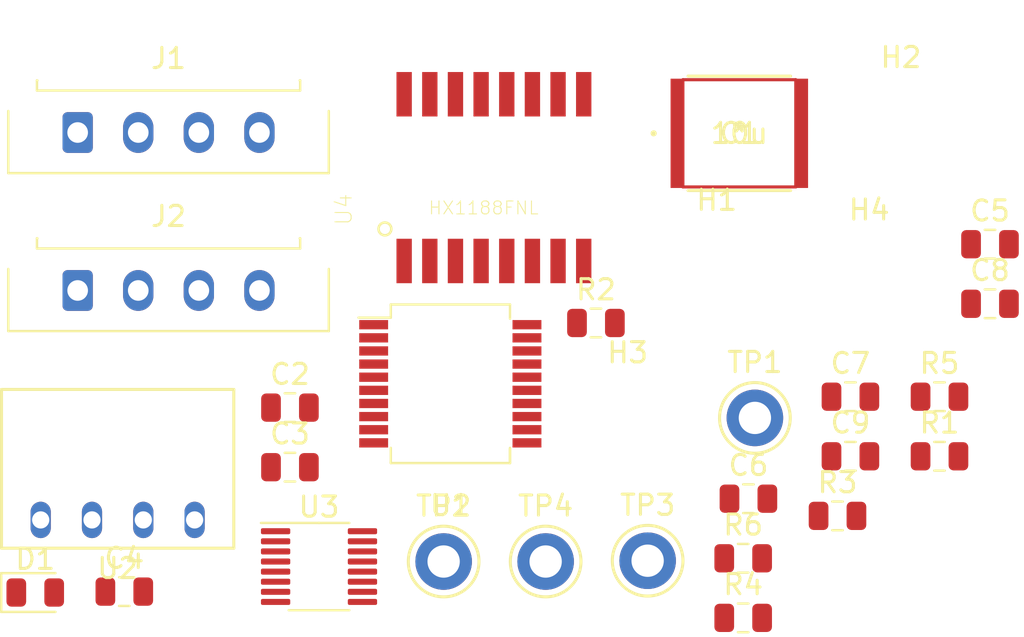
<source format=kicad_pcb>
(kicad_pcb (version 20171130) (host pcbnew "(5.1.5)-3")

  (general
    (thickness 1.6)
    (drawings 0)
    (tracks 0)
    (zones 0)
    (modules 30)
    (nets 36)
  )

  (page A4)
  (layers
    (0 F.Cu signal)
    (31 B.Cu signal)
    (32 B.Adhes user)
    (33 F.Adhes user)
    (34 B.Paste user)
    (35 F.Paste user)
    (36 B.SilkS user)
    (37 F.SilkS user)
    (38 B.Mask user)
    (39 F.Mask user)
    (40 Dwgs.User user)
    (41 Cmts.User user)
    (42 Eco1.User user)
    (43 Eco2.User user)
    (44 Edge.Cuts user)
    (45 Margin user)
    (46 B.CrtYd user hide)
    (47 F.CrtYd user hide)
    (48 B.Fab user hide)
    (49 F.Fab user hide)
  )

  (setup
    (last_trace_width 0.25)
    (trace_clearance 0.2)
    (zone_clearance 0.508)
    (zone_45_only no)
    (trace_min 0.2)
    (via_size 0.8)
    (via_drill 0.4)
    (via_min_size 0.4)
    (via_min_drill 0.3)
    (uvia_size 0.3)
    (uvia_drill 0.1)
    (uvias_allowed no)
    (uvia_min_size 0.2)
    (uvia_min_drill 0.1)
    (edge_width 0.05)
    (segment_width 0.2)
    (pcb_text_width 0.3)
    (pcb_text_size 1.5 1.5)
    (mod_edge_width 0.12)
    (mod_text_size 1 1)
    (mod_text_width 0.15)
    (pad_size 1.524 1.524)
    (pad_drill 0.762)
    (pad_to_mask_clearance 0.051)
    (solder_mask_min_width 0.25)
    (aux_axis_origin 0 0)
    (visible_elements 7FFFFFFF)
    (pcbplotparams
      (layerselection 0x010fc_ffffffff)
      (usegerberextensions false)
      (usegerberattributes false)
      (usegerberadvancedattributes false)
      (creategerberjobfile false)
      (excludeedgelayer true)
      (linewidth 0.100000)
      (plotframeref false)
      (viasonmask false)
      (mode 1)
      (useauxorigin false)
      (hpglpennumber 1)
      (hpglpenspeed 20)
      (hpglpendiameter 15.000000)
      (psnegative false)
      (psa4output false)
      (plotreference true)
      (plotvalue true)
      (plotinvisibletext false)
      (padsonsilk false)
      (subtractmaskfromsilk false)
      (outputformat 1)
      (mirror false)
      (drillshape 1)
      (scaleselection 1)
      (outputdirectory ""))
  )

  (net 0 "")
  (net 1 GNDPWR)
  (net 2 +12V)
  (net 3 GND)
  (net 4 "Net-(C2-Pad1)")
  (net 5 +3V3)
  (net 6 "Net-(D1-Pad2)")
  (net 7 /ETS)
  (net 8 /RSHL)
  (net 9 /RSHH)
  (net 10 "Net-(J2-Pad3)")
  (net 11 "Net-(J2-Pad2)")
  (net 12 "Net-(R1-Pad1)")
  (net 13 /IM)
  (net 14 /IP)
  (net 15 "Net-(R5-Pad2)")
  (net 16 "Net-(R5-Pad1)")
  (net 17 /SCK)
  (net 18 /CS)
  (net 19 "Net-(U1-Pad16)")
  (net 20 /MISO)
  (net 21 /MOSI)
  (net 22 "Net-(U1-Pad19)")
  (net 23 "Net-(U1-Pad17)")
  (net 24 "Net-(U1-Pad10)")
  (net 25 "Net-(U1-Pad9)")
  (net 26 "Net-(C4-Pad2)")
  (net 27 "Net-(R3-Pad1)")
  (net 28 "Net-(U4-Pad2)")
  (net 29 "Net-(U4-Pad11)")
  (net 30 "Net-(U4-Pad6)")
  (net 31 "Net-(U4-Pad9)")
  (net 32 "Net-(U4-Pad7)")
  (net 33 "Net-(U4-Pad10)")
  (net 34 "Net-(U4-Pad8)")
  (net 35 "Net-(U4-Pad15)")

  (net_class Default "This is the default net class."
    (clearance 0.2)
    (trace_width 0.25)
    (via_dia 0.8)
    (via_drill 0.4)
    (uvia_dia 0.3)
    (uvia_drill 0.1)
    (add_net +12V)
    (add_net +3V3)
    (add_net /CS)
    (add_net /ETS)
    (add_net /IM)
    (add_net /IP)
    (add_net /MISO)
    (add_net /MOSI)
    (add_net /RSHH)
    (add_net /RSHL)
    (add_net /SCK)
    (add_net GND)
    (add_net GNDPWR)
    (add_net "Net-(C2-Pad1)")
    (add_net "Net-(C4-Pad2)")
    (add_net "Net-(D1-Pad2)")
    (add_net "Net-(J2-Pad2)")
    (add_net "Net-(J2-Pad3)")
    (add_net "Net-(R1-Pad1)")
    (add_net "Net-(R3-Pad1)")
    (add_net "Net-(R5-Pad1)")
    (add_net "Net-(R5-Pad2)")
    (add_net "Net-(U1-Pad10)")
    (add_net "Net-(U1-Pad16)")
    (add_net "Net-(U1-Pad17)")
    (add_net "Net-(U1-Pad19)")
    (add_net "Net-(U1-Pad9)")
    (add_net "Net-(U4-Pad10)")
    (add_net "Net-(U4-Pad11)")
    (add_net "Net-(U4-Pad15)")
    (add_net "Net-(U4-Pad2)")
    (add_net "Net-(U4-Pad6)")
    (add_net "Net-(U4-Pad7)")
    (add_net "Net-(U4-Pad8)")
    (add_net "Net-(U4-Pad9)")
  )

  (module UTSVT_BPS:HXXXX (layer F.Cu) (tedit 5C396202) (tstamp 5F1C3519)
    (at 152.3157 83.599199)
    (descr "<b>Pulse Engineering</b><p>H110X, H1121, H1183, H1199, HX1188FNL, HX1198, H1302")
    (path /5F103B51)
    (attr smd)
    (fp_text reference U4 (at -7.43795 1.57616 90) (layer F.SilkS)
      (effects (font (size 0.801614 0.801614) (thickness 0.05)))
    )
    (fp_text value HX1188FNL (at -0.50895 1.50142) (layer F.SilkS)
      (effects (font (size 0.641203 0.641203) (thickness 0.05)))
    )
    (fp_line (start -6.665 -3.9) (end 6.665 -3.9) (layer Eco1.User) (width 0.1998))
    (fp_line (start 6.665 3.9) (end -6.665 3.9) (layer Eco1.User) (width 0.1998))
    (fp_line (start -6.665 3.9) (end -6.665 -3.9) (layer Eco1.User) (width 0.1998))
    (fp_line (start 5.1 3.6) (end -5.1 3.6) (layer Dwgs.User) (width 0.2032))
    (fp_line (start -5.1 -3.6) (end 5.1 -3.6) (layer Dwgs.User) (width 0.2032))
    (fp_line (start 6.665 -3.9) (end 6.665 3.9) (layer Eco1.User) (width 0.1998))
    (fp_circle (center -5.3975 2.54) (end -5.08 2.54) (layer F.SilkS) (width 0.127))
    (fp_poly (pts (xy -4.69918 3.7) (xy -4.1999 3.7) (xy -4.1999 4.80939) (xy -4.69918 4.80939)) (layer Dwgs.User) (width 0))
    (fp_poly (pts (xy -3.4233 3.7) (xy -2.9299 3.7) (xy -2.9299 4.8046) (xy -3.4233 4.8046)) (layer Dwgs.User) (width 0))
    (fp_poly (pts (xy -2.15254 3.7) (xy -1.6599 3.7) (xy -1.6599 4.80555) (xy -2.15254 4.80555)) (layer Dwgs.User) (width 0))
    (fp_poly (pts (xy -0.883482 3.7) (xy -0.3899 3.7) (xy -0.3899 4.81855) (xy -0.883482 4.81855)) (layer Dwgs.User) (width 0))
    (fp_poly (pts (xy 1.6642 -4.8001) (xy 2.1501 -4.8001) (xy 2.1501 -3.70957) (xy 1.6642 -3.70957)) (layer Dwgs.User) (width 0))
    (fp_poly (pts (xy 0.390276 -4.8001) (xy 0.8801 -4.8001) (xy 0.8801 -3.70357) (xy 0.390276 -3.70357)) (layer Dwgs.User) (width 0))
    (fp_poly (pts (xy -0.881539 -4.8001) (xy -0.3899 -4.8001) (xy -0.3899 -3.70605) (xy -0.881539 -3.70605)) (layer Dwgs.User) (width 0))
    (fp_poly (pts (xy -2.15735 -4.8001) (xy -1.6599 -4.8001) (xy -1.6599 -3.71247) (xy -2.15735 -3.71247)) (layer Dwgs.User) (width 0))
    (fp_poly (pts (xy 0.390029 3.7) (xy 0.8801 3.7) (xy 0.8801 4.8017) (xy 0.390029 4.8017)) (layer Dwgs.User) (width 0))
    (fp_poly (pts (xy 1.66189 3.7) (xy 2.1501 3.7) (xy 2.1501 4.80586) (xy 1.66189 4.80586)) (layer Dwgs.User) (width 0))
    (fp_poly (pts (xy 2.93996 3.7) (xy 3.4201 3.7) (xy 3.4201 4.81657) (xy 2.93996 4.81657)) (layer Dwgs.User) (width 0))
    (fp_poly (pts (xy 4.20368 3.7) (xy 4.6901 3.7) (xy 4.6901 4.80442) (xy 4.20368 4.80442)) (layer Dwgs.User) (width 0))
    (fp_poly (pts (xy 4.20887 -4.8001) (xy 4.6901 -4.8001) (xy 4.6901 -3.7079) (xy 4.20887 -3.7079)) (layer Dwgs.User) (width 0))
    (fp_poly (pts (xy 2.93521 -4.8001) (xy 3.4201 -4.8001) (xy 3.4201 -3.7067) (xy 2.93521 -3.7067)) (layer Dwgs.User) (width 0))
    (fp_poly (pts (xy -3.42571 -4.8001) (xy -2.9299 -4.8001) (xy -2.9299 -3.70606) (xy -3.42571 -3.70606)) (layer Dwgs.User) (width 0))
    (fp_poly (pts (xy -4.70053 -4.8001) (xy -4.1999 -4.8001) (xy -4.1999 -3.70824) (xy -4.70053 -3.70824)) (layer Dwgs.User) (width 0))
    (pad 2 smd rect (at -3.175 4.1275) (size 0.76 2.2) (layers F.Cu F.Paste F.Mask)
      (net 28 "Net-(U4-Pad2)"))
    (pad 13 smd rect (at -0.635 -4.1275) (size 0.76 2.2) (layers F.Cu F.Paste F.Mask))
    (pad 1 smd rect (at -4.445 4.1275) (size 0.76 2.2) (layers F.Cu F.Paste F.Mask)
      (net 14 /IP))
    (pad 3 smd rect (at -1.905 4.1275) (size 0.76 2.2) (layers F.Cu F.Paste F.Mask)
      (net 13 /IM))
    (pad 4 smd rect (at -0.635 4.1275) (size 0.76 2.2) (layers F.Cu F.Paste F.Mask))
    (pad 14 smd rect (at -1.905 -4.1275) (size 0.76 2.2) (layers F.Cu F.Paste F.Mask)
      (net 10 "Net-(J2-Pad3)"))
    (pad 12 smd rect (at 0.635 -4.1275) (size 0.76 2.2) (layers F.Cu F.Paste F.Mask))
    (pad 11 smd rect (at 1.905 -4.1275) (size 0.76 2.2) (layers F.Cu F.Paste F.Mask)
      (net 29 "Net-(U4-Pad11)"))
    (pad 6 smd rect (at 1.905 4.1275) (size 0.76 2.2) (layers F.Cu F.Paste F.Mask)
      (net 30 "Net-(U4-Pad6)"))
    (pad 9 smd rect (at 4.445 -4.1275) (size 0.76 2.2) (layers F.Cu F.Paste F.Mask)
      (net 31 "Net-(U4-Pad9)"))
    (pad 5 smd rect (at 0.635 4.1275) (size 0.76 2.2) (layers F.Cu F.Paste F.Mask))
    (pad 7 smd rect (at 3.175 4.1275) (size 0.76 2.2) (layers F.Cu F.Paste F.Mask)
      (net 32 "Net-(U4-Pad7)"))
    (pad 10 smd rect (at 3.175 -4.1275) (size 0.76 2.2) (layers F.Cu F.Paste F.Mask)
      (net 33 "Net-(U4-Pad10)"))
    (pad 8 smd rect (at 4.445 4.1275) (size 0.76 2.2) (layers F.Cu F.Paste F.Mask)
      (net 34 "Net-(U4-Pad8)"))
    (pad 15 smd rect (at -3.175 -4.1275) (size 0.76 2.2) (layers F.Cu F.Paste F.Mask)
      (net 35 "Net-(U4-Pad15)"))
    (pad 16 smd rect (at -4.445 -4.1275) (size 0.76 2.2) (layers F.Cu F.Paste F.Mask)
      (net 11 "Net-(J2-Pad2)"))
  )

  (module Package_SO:MSOP-16_3x4mm_P0.5mm (layer F.Cu) (tedit 5D9F72B0) (tstamp 5F1C34EE)
    (at 143.6558 102.8567)
    (descr "MSOP, 16 Pin (https://www.analog.com/media/en/technical-documentation/data-sheets/436412f.pdf#page=22), generated with kicad-footprint-generator ipc_gullwing_generator.py")
    (tags "MSOP SO")
    (path /5F100BCB)
    (attr smd)
    (fp_text reference U3 (at 0 -2.95) (layer F.SilkS)
      (effects (font (size 1 1) (thickness 0.15)))
    )
    (fp_text value LTC6820 (at 0 2.95) (layer F.Fab)
      (effects (font (size 1 1) (thickness 0.15)))
    )
    (fp_text user %R (at 0 0) (layer F.Fab)
      (effects (font (size 0.75 0.75) (thickness 0.11)))
    )
    (fp_line (start 3.12 -2.25) (end -3.12 -2.25) (layer F.CrtYd) (width 0.05))
    (fp_line (start 3.12 2.25) (end 3.12 -2.25) (layer F.CrtYd) (width 0.05))
    (fp_line (start -3.12 2.25) (end 3.12 2.25) (layer F.CrtYd) (width 0.05))
    (fp_line (start -3.12 -2.25) (end -3.12 2.25) (layer F.CrtYd) (width 0.05))
    (fp_line (start -1.5 -1.25) (end -0.75 -2) (layer F.Fab) (width 0.1))
    (fp_line (start -1.5 2) (end -1.5 -1.25) (layer F.Fab) (width 0.1))
    (fp_line (start 1.5 2) (end -1.5 2) (layer F.Fab) (width 0.1))
    (fp_line (start 1.5 -2) (end 1.5 2) (layer F.Fab) (width 0.1))
    (fp_line (start -0.75 -2) (end 1.5 -2) (layer F.Fab) (width 0.1))
    (fp_line (start 0 -2.16) (end -2.875 -2.16) (layer F.SilkS) (width 0.12))
    (fp_line (start 0 -2.16) (end 1.5 -2.16) (layer F.SilkS) (width 0.12))
    (fp_line (start 0 2.16) (end -1.5 2.16) (layer F.SilkS) (width 0.12))
    (fp_line (start 0 2.16) (end 1.5 2.16) (layer F.SilkS) (width 0.12))
    (pad 16 smd roundrect (at 2.15 -1.75) (size 1.45 0.3) (layers F.Cu F.Paste F.Mask) (roundrect_rratio 0.25)
      (net 15 "Net-(R5-Pad2)"))
    (pad 15 smd roundrect (at 2.15 -1.25) (size 1.45 0.3) (layers F.Cu F.Paste F.Mask) (roundrect_rratio 0.25)
      (net 16 "Net-(R5-Pad1)"))
    (pad 14 smd roundrect (at 2.15 -0.75) (size 1.45 0.3) (layers F.Cu F.Paste F.Mask) (roundrect_rratio 0.25)
      (net 3 GND))
    (pad 13 smd roundrect (at 2.15 -0.25) (size 1.45 0.3) (layers F.Cu F.Paste F.Mask) (roundrect_rratio 0.25)
      (net 3 GND))
    (pad 12 smd roundrect (at 2.15 0.25) (size 1.45 0.3) (layers F.Cu F.Paste F.Mask) (roundrect_rratio 0.25)
      (net 3 GND))
    (pad 11 smd roundrect (at 2.15 0.75) (size 1.45 0.3) (layers F.Cu F.Paste F.Mask) (roundrect_rratio 0.25)
      (net 14 /IP))
    (pad 10 smd roundrect (at 2.15 1.25) (size 1.45 0.3) (layers F.Cu F.Paste F.Mask) (roundrect_rratio 0.25)
      (net 13 /IM))
    (pad 9 smd roundrect (at 2.15 1.75) (size 1.45 0.3) (layers F.Cu F.Paste F.Mask) (roundrect_rratio 0.25)
      (net 5 +3V3))
    (pad 8 smd roundrect (at -2.15 1.75) (size 1.45 0.3) (layers F.Cu F.Paste F.Mask) (roundrect_rratio 0.25)
      (net 5 +3V3))
    (pad 7 smd roundrect (at -2.15 1.25) (size 1.45 0.3) (layers F.Cu F.Paste F.Mask) (roundrect_rratio 0.25)
      (net 5 +3V3))
    (pad 6 smd roundrect (at -2.15 0.75) (size 1.45 0.3) (layers F.Cu F.Paste F.Mask) (roundrect_rratio 0.25)
      (net 5 +3V3))
    (pad 5 smd roundrect (at -2.15 0.25) (size 1.45 0.3) (layers F.Cu F.Paste F.Mask) (roundrect_rratio 0.25)
      (net 18 /CS))
    (pad 4 smd roundrect (at -2.15 -0.25) (size 1.45 0.3) (layers F.Cu F.Paste F.Mask) (roundrect_rratio 0.25)
      (net 17 /SCK))
    (pad 3 smd roundrect (at -2.15 -0.75) (size 1.45 0.3) (layers F.Cu F.Paste F.Mask) (roundrect_rratio 0.25)
      (net 20 /MISO))
    (pad 2 smd roundrect (at -2.15 -1.25) (size 1.45 0.3) (layers F.Cu F.Paste F.Mask) (roundrect_rratio 0.25)
      (net 21 /MOSI))
    (pad 1 smd roundrect (at -2.15 -1.75) (size 1.45 0.3) (layers F.Cu F.Paste F.Mask) (roundrect_rratio 0.25)
      (net 3 GND))
    (model ${KISYS3DMOD}/Package_SO.3dshapes/MSOP-16_3x4mm_P0.5mm.wrl
      (at (xyz 0 0 0))
      (scale (xyz 1 1 1))
      (rotate (xyz 0 0 0))
    )
  )

  (module UTSVT_ICs:RI3_DC_Converter (layer F.Cu) (tedit 5C395D65) (tstamp 5F1C34CC)
    (at 133.6858 100.5467)
    (path /5F23759A)
    (fp_text reference U2 (at 0 2.4) (layer F.SilkS)
      (effects (font (size 1 1) (thickness 0.15)))
    )
    (fp_text value RO-123.3S_HP (at 0 -2.4) (layer F.Fab)
      (effects (font (size 1 1) (thickness 0.15)))
    )
    (fp_line (start -4.95 1.55) (end -4.95 -1.55) (layer F.CrtYd) (width 0.05))
    (fp_line (start 4.95 1.55) (end -4.95 1.55) (layer F.CrtYd) (width 0.05))
    (fp_line (start 4.95 -1.55) (end 4.95 1.55) (layer F.CrtYd) (width 0.05))
    (fp_line (start -4.95 -1.55) (end 4.95 -1.55) (layer F.CrtYd) (width 0.05))
    (fp_line (start -5.75 1.4) (end -5.75 -6.46) (layer F.SilkS) (width 0.15))
    (fp_line (start 5.75 1.4) (end -5.75 1.4) (layer F.SilkS) (width 0.15))
    (fp_line (start 5.75 -6.46) (end 5.75 1.4) (layer F.SilkS) (width 0.15))
    (fp_line (start -5.75 -6.46) (end 5.75 -6.46) (layer F.SilkS) (width 0.15))
    (pad 4 thru_hole oval (at 3.81 0) (size 1 1.8) (drill 0.85) (layers *.Cu *.Mask)
      (net 5 +3V3))
    (pad 3 thru_hole oval (at 1.27 0) (size 1 1.8) (drill 0.85) (layers *.Cu *.Mask)
      (net 3 GND))
    (pad 2 thru_hole oval (at -1.27 0) (size 1 1.8) (drill 0.85) (layers *.Cu *.Mask)
      (net 2 +12V))
    (pad 1 thru_hole oval (at -3.81 0) (size 1 1.8) (drill 0.85) (layers *.Cu *.Mask)
      (net 1 GNDPWR))
  )

  (module UTSVT_ICs:AS8510-ASSM (layer F.Cu) (tedit 5F1BBC38) (tstamp 5F1C34BC)
    (at 150.1608 99.3317)
    (path /5F15149C)
    (fp_text reference U1 (at 0 0.5) (layer F.SilkS)
      (effects (font (size 1 1) (thickness 0.15)))
    )
    (fp_text value AS8510-ASSM (at 0 -0.5) (layer F.Fab)
      (effects (font (size 1 1) (thickness 0.15)))
    )
    (fp_line (start -2.95 -9.4) (end -2.95 -8.8) (layer F.SilkS) (width 0.12))
    (fp_line (start -2.95 -8.8) (end -4.55 -8.8) (layer F.SilkS) (width 0.12))
    (fp_line (start 2.95 -1.6) (end 2.95 -2.35) (layer F.SilkS) (width 0.12))
    (fp_line (start -2.95 -1.6) (end 2.95 -1.6) (layer F.SilkS) (width 0.12))
    (fp_line (start 2.95 -1.6) (end 2.95 -2.3) (layer F.SilkS) (width 0.12))
    (fp_line (start -2.95 -1.65) (end -2.95 -1.6) (layer F.SilkS) (width 0.12))
    (fp_line (start -2.95 -2.35) (end -2.95 -1.65) (layer F.SilkS) (width 0.12))
    (fp_line (start 2.95 -9.45) (end 2.95 -8.75) (layer F.SilkS) (width 0.12))
    (fp_line (start -2.95 -9.45) (end 2.95 -9.45) (layer F.SilkS) (width 0.12))
    (fp_line (start -2.95 -9.4) (end -2.95 -9.45) (layer F.SilkS) (width 0.12))
    (fp_line (start -2.8 -1.775) (end 2.8 -1.775) (layer F.Fab) (width 0.12))
    (fp_line (start -2.8 -9.275) (end 2.8 -9.275) (layer F.Fab) (width 0.12))
    (fp_line (start 2.8 -1.775) (end 2.8 -9.275) (layer F.Fab) (width 0.12))
    (fp_line (start -2.8 -9.275) (end -2.8 -1.775) (layer F.Fab) (width 0.12))
    (pad 12 smd rect (at 3.79 -3.25) (size 1.43 0.46) (layers F.Cu F.Paste F.Mask)
      (net 17 /SCK))
    (pad 11 smd rect (at 3.79 -2.6) (size 1.43 0.46) (layers F.Cu F.Paste F.Mask)
      (net 18 /CS))
    (pad 15 smd rect (at 3.79 -5.2) (size 1.43 0.46) (layers F.Cu F.Paste F.Mask)
      (net 5 +3V3))
    (pad 14 smd rect (at 3.79 -4.55) (size 1.43 0.46) (layers F.Cu F.Paste F.Mask)
      (net 3 GND))
    (pad 16 smd rect (at 3.79 -5.85) (size 1.43 0.46) (layers F.Cu F.Paste F.Mask)
      (net 19 "Net-(U1-Pad16)"))
    (pad 13 smd rect (at 3.79 -3.9) (size 1.43 0.46) (layers F.Cu F.Paste F.Mask)
      (net 20 /MISO))
    (pad 18 smd rect (at 3.79 -7.15) (size 1.43 0.46) (layers F.Cu F.Paste F.Mask)
      (net 21 /MOSI))
    (pad 19 smd rect (at 3.79 -7.8) (size 1.43 0.46) (layers F.Cu F.Paste F.Mask)
      (net 22 "Net-(U1-Pad19)"))
    (pad 17 smd rect (at 3.79 -6.5) (size 1.43 0.46) (layers F.Cu F.Paste F.Mask)
      (net 23 "Net-(U1-Pad17)"))
    (pad 20 smd rect (at 3.79 -8.45) (size 1.43 0.46) (layers F.Cu F.Paste F.Mask)
      (net 27 "Net-(R3-Pad1)"))
    (pad 1 smd rect (at -3.8 -8.45) (size 1.43 0.46) (layers F.Cu F.Paste F.Mask)
      (net 9 /RSHH))
    (pad 2 smd rect (at -3.8 -7.8) (size 1.43 0.46) (layers F.Cu F.Paste F.Mask)
      (net 8 /RSHL))
    (pad 3 smd rect (at -3.8 -7.15) (size 1.43 0.46) (layers F.Cu F.Paste F.Mask)
      (net 26 "Net-(C4-Pad2)"))
    (pad 4 smd rect (at -3.8 -6.5) (size 1.43 0.46) (layers F.Cu F.Paste F.Mask)
      (net 4 "Net-(C2-Pad1)"))
    (pad 5 smd rect (at -3.8 -5.85) (size 1.43 0.46) (layers F.Cu F.Paste F.Mask)
      (net 5 +3V3))
    (pad 6 smd rect (at -3.8 -5.2) (size 1.43 0.46) (layers F.Cu F.Paste F.Mask)
      (net 3 GND))
    (pad 7 smd rect (at -3.8 -4.55) (size 1.43 0.46) (layers F.Cu F.Paste F.Mask)
      (net 12 "Net-(R1-Pad1)"))
    (pad 8 smd rect (at -3.8 -3.9) (size 1.43 0.46) (layers F.Cu F.Paste F.Mask)
      (net 7 /ETS))
    (pad 10 smd rect (at -3.8 -2.6) (size 1.43 0.46) (layers F.Cu F.Paste F.Mask)
      (net 24 "Net-(U1-Pad10)"))
    (pad 9 smd rect (at -3.8 -3.25) (size 1.43 0.46) (layers F.Cu F.Paste F.Mask)
      (net 25 "Net-(U1-Pad9)"))
  )

  (module TestPoint:TestPoint_Keystone_5005-5009_Compact (layer F.Cu) (tedit 5A0F774F) (tstamp 5F1C3496)
    (at 154.8758 102.6067)
    (descr "Keystone Miniature THM Test Point 5005-5009, http://www.keyelco.com/product-pdf.cfm?p=1314")
    (tags "Through Hole Mount Test Points")
    (path /5F15E67A)
    (fp_text reference TP4 (at 0 -2.75) (layer F.SilkS)
      (effects (font (size 1 1) (thickness 0.15)))
    )
    (fp_text value GND_TP (at 0 2.75) (layer F.Fab)
      (effects (font (size 1 1) (thickness 0.15)))
    )
    (fp_circle (center 0 0) (end 1.75 0) (layer F.SilkS) (width 0.15))
    (fp_circle (center 0 0) (end 1.6 0) (layer F.Fab) (width 0.15))
    (fp_circle (center 0 0) (end 2 0) (layer F.CrtYd) (width 0.05))
    (fp_line (start -1.25 0.4) (end -1.25 -0.4) (layer F.Fab) (width 0.15))
    (fp_line (start 1.25 0.4) (end -1.25 0.4) (layer F.Fab) (width 0.15))
    (fp_line (start 1.25 -0.4) (end 1.25 0.4) (layer F.Fab) (width 0.15))
    (fp_line (start -1.25 -0.4) (end 1.25 -0.4) (layer F.Fab) (width 0.15))
    (fp_text user %R (at 0 0) (layer F.Fab)
      (effects (font (size 0.6 0.6) (thickness 0.09)))
    )
    (pad 1 thru_hole circle (at 0 0) (size 2.8 2.8) (drill 1.6) (layers *.Cu *.Mask)
      (net 3 GND))
    (model ${KISYS3DMOD}/TestPoint.3dshapes/TestPoint_Keystone_5005-5009_Compact.wrl
      (at (xyz 0 0 0))
      (scale (xyz 1 1 1))
      (rotate (xyz 0 0 0))
    )
  )

  (module TestPoint:TestPoint_Keystone_5005-5009_Compact (layer F.Cu) (tedit 5A0F774F) (tstamp 5F1C3489)
    (at 159.9258 102.5667)
    (descr "Keystone Miniature THM Test Point 5005-5009, http://www.keyelco.com/product-pdf.cfm?p=1314")
    (tags "Through Hole Mount Test Points")
    (path /5F1E3D8B)
    (fp_text reference TP3 (at 0 -2.75) (layer F.SilkS)
      (effects (font (size 1 1) (thickness 0.15)))
    )
    (fp_text value +3.3V_TP (at 0 2.75) (layer F.Fab)
      (effects (font (size 1 1) (thickness 0.15)))
    )
    (fp_circle (center 0 0) (end 1.75 0) (layer F.SilkS) (width 0.15))
    (fp_circle (center 0 0) (end 1.6 0) (layer F.Fab) (width 0.15))
    (fp_circle (center 0 0) (end 2 0) (layer F.CrtYd) (width 0.05))
    (fp_line (start -1.25 0.4) (end -1.25 -0.4) (layer F.Fab) (width 0.15))
    (fp_line (start 1.25 0.4) (end -1.25 0.4) (layer F.Fab) (width 0.15))
    (fp_line (start 1.25 -0.4) (end 1.25 0.4) (layer F.Fab) (width 0.15))
    (fp_line (start -1.25 -0.4) (end 1.25 -0.4) (layer F.Fab) (width 0.15))
    (fp_text user %R (at 0 0) (layer F.Fab)
      (effects (font (size 0.6 0.6) (thickness 0.09)))
    )
    (pad 1 thru_hole circle (at 0 0) (size 2.8 2.8) (drill 1.6) (layers *.Cu *.Mask)
      (net 5 +3V3))
    (model ${KISYS3DMOD}/TestPoint.3dshapes/TestPoint_Keystone_5005-5009_Compact.wrl
      (at (xyz 0 0 0))
      (scale (xyz 1 1 1))
      (rotate (xyz 0 0 0))
    )
  )

  (module TestPoint:TestPoint_Keystone_5005-5009_Compact (layer F.Cu) (tedit 5A0F774F) (tstamp 5F1C347C)
    (at 149.8258 102.6067)
    (descr "Keystone Miniature THM Test Point 5005-5009, http://www.keyelco.com/product-pdf.cfm?p=1314")
    (tags "Through Hole Mount Test Points")
    (path /5F15DCE4)
    (fp_text reference TP2 (at 0 -2.75) (layer F.SilkS)
      (effects (font (size 1 1) (thickness 0.15)))
    )
    (fp_text value GNDPWR_TP (at 0 2.75) (layer F.Fab)
      (effects (font (size 1 1) (thickness 0.15)))
    )
    (fp_circle (center 0 0) (end 1.75 0) (layer F.SilkS) (width 0.15))
    (fp_circle (center 0 0) (end 1.6 0) (layer F.Fab) (width 0.15))
    (fp_circle (center 0 0) (end 2 0) (layer F.CrtYd) (width 0.05))
    (fp_line (start -1.25 0.4) (end -1.25 -0.4) (layer F.Fab) (width 0.15))
    (fp_line (start 1.25 0.4) (end -1.25 0.4) (layer F.Fab) (width 0.15))
    (fp_line (start 1.25 -0.4) (end 1.25 0.4) (layer F.Fab) (width 0.15))
    (fp_line (start -1.25 -0.4) (end 1.25 -0.4) (layer F.Fab) (width 0.15))
    (fp_text user %R (at 0 0) (layer F.Fab)
      (effects (font (size 0.6 0.6) (thickness 0.09)))
    )
    (pad 1 thru_hole circle (at 0 0) (size 2.8 2.8) (drill 1.6) (layers *.Cu *.Mask)
      (net 1 GNDPWR))
    (model ${KISYS3DMOD}/TestPoint.3dshapes/TestPoint_Keystone_5005-5009_Compact.wrl
      (at (xyz 0 0 0))
      (scale (xyz 1 1 1))
      (rotate (xyz 0 0 0))
    )
  )

  (module TestPoint:TestPoint_Keystone_5005-5009_Compact (layer F.Cu) (tedit 5A0F774F) (tstamp 5F1C346F)
    (at 165.2358 95.4967)
    (descr "Keystone Miniature THM Test Point 5005-5009, http://www.keyelco.com/product-pdf.cfm?p=1314")
    (tags "Through Hole Mount Test Points")
    (path /5F15D396)
    (fp_text reference TP1 (at 0 -2.75) (layer F.SilkS)
      (effects (font (size 1 1) (thickness 0.15)))
    )
    (fp_text value +12V_TP (at 0 2.75) (layer F.Fab)
      (effects (font (size 1 1) (thickness 0.15)))
    )
    (fp_circle (center 0 0) (end 1.75 0) (layer F.SilkS) (width 0.15))
    (fp_circle (center 0 0) (end 1.6 0) (layer F.Fab) (width 0.15))
    (fp_circle (center 0 0) (end 2 0) (layer F.CrtYd) (width 0.05))
    (fp_line (start -1.25 0.4) (end -1.25 -0.4) (layer F.Fab) (width 0.15))
    (fp_line (start 1.25 0.4) (end -1.25 0.4) (layer F.Fab) (width 0.15))
    (fp_line (start 1.25 -0.4) (end 1.25 0.4) (layer F.Fab) (width 0.15))
    (fp_line (start -1.25 -0.4) (end 1.25 -0.4) (layer F.Fab) (width 0.15))
    (fp_text user %R (at 0 0) (layer F.Fab)
      (effects (font (size 0.6 0.6) (thickness 0.09)))
    )
    (pad 1 thru_hole circle (at 0 0) (size 2.8 2.8) (drill 1.6) (layers *.Cu *.Mask)
      (net 2 +12V))
    (model ${KISYS3DMOD}/TestPoint.3dshapes/TestPoint_Keystone_5005-5009_Compact.wrl
      (at (xyz 0 0 0))
      (scale (xyz 1 1 1))
      (rotate (xyz 0 0 0))
    )
  )

  (module Resistor_SMD:R_0805_2012Metric (layer F.Cu) (tedit 5B36C52B) (tstamp 5F1C3462)
    (at 164.6558 102.4467)
    (descr "Resistor SMD 0805 (2012 Metric), square (rectangular) end terminal, IPC_7351 nominal, (Body size source: https://docs.google.com/spreadsheets/d/1BsfQQcO9C6DZCsRaXUlFlo91Tg2WpOkGARC1WS5S8t0/edit?usp=sharing), generated with kicad-footprint-generator")
    (tags resistor)
    (path /5F102FF5)
    (attr smd)
    (fp_text reference R6 (at 0 -1.65) (layer F.SilkS)
      (effects (font (size 1 1) (thickness 0.15)))
    )
    (fp_text value 1.21k (at 0 1.65) (layer F.Fab)
      (effects (font (size 1 1) (thickness 0.15)))
    )
    (fp_text user %R (at 0 0) (layer F.Fab)
      (effects (font (size 0.5 0.5) (thickness 0.08)))
    )
    (fp_line (start 1.68 0.95) (end -1.68 0.95) (layer F.CrtYd) (width 0.05))
    (fp_line (start 1.68 -0.95) (end 1.68 0.95) (layer F.CrtYd) (width 0.05))
    (fp_line (start -1.68 -0.95) (end 1.68 -0.95) (layer F.CrtYd) (width 0.05))
    (fp_line (start -1.68 0.95) (end -1.68 -0.95) (layer F.CrtYd) (width 0.05))
    (fp_line (start -0.258578 0.71) (end 0.258578 0.71) (layer F.SilkS) (width 0.12))
    (fp_line (start -0.258578 -0.71) (end 0.258578 -0.71) (layer F.SilkS) (width 0.12))
    (fp_line (start 1 0.6) (end -1 0.6) (layer F.Fab) (width 0.1))
    (fp_line (start 1 -0.6) (end 1 0.6) (layer F.Fab) (width 0.1))
    (fp_line (start -1 -0.6) (end 1 -0.6) (layer F.Fab) (width 0.1))
    (fp_line (start -1 0.6) (end -1 -0.6) (layer F.Fab) (width 0.1))
    (pad 2 smd roundrect (at 0.9375 0) (size 0.975 1.4) (layers F.Cu F.Paste F.Mask) (roundrect_rratio 0.25)
      (net 16 "Net-(R5-Pad1)"))
    (pad 1 smd roundrect (at -0.9375 0) (size 0.975 1.4) (layers F.Cu F.Paste F.Mask) (roundrect_rratio 0.25)
      (net 3 GND))
    (model ${KISYS3DMOD}/Resistor_SMD.3dshapes/R_0805_2012Metric.wrl
      (at (xyz 0 0 0))
      (scale (xyz 1 1 1))
      (rotate (xyz 0 0 0))
    )
  )

  (module Resistor_SMD:R_0805_2012Metric (layer F.Cu) (tedit 5B36C52B) (tstamp 5F1C3451)
    (at 174.3758 94.4467)
    (descr "Resistor SMD 0805 (2012 Metric), square (rectangular) end terminal, IPC_7351 nominal, (Body size source: https://docs.google.com/spreadsheets/d/1BsfQQcO9C6DZCsRaXUlFlo91Tg2WpOkGARC1WS5S8t0/edit?usp=sharing), generated with kicad-footprint-generator")
    (tags resistor)
    (path /5F10352E)
    (attr smd)
    (fp_text reference R5 (at 0 -1.65) (layer F.SilkS)
      (effects (font (size 1 1) (thickness 0.15)))
    )
    (fp_text value 806 (at 0 1.65) (layer F.Fab)
      (effects (font (size 1 1) (thickness 0.15)))
    )
    (fp_text user %R (at 0 0) (layer F.Fab)
      (effects (font (size 0.5 0.5) (thickness 0.08)))
    )
    (fp_line (start 1.68 0.95) (end -1.68 0.95) (layer F.CrtYd) (width 0.05))
    (fp_line (start 1.68 -0.95) (end 1.68 0.95) (layer F.CrtYd) (width 0.05))
    (fp_line (start -1.68 -0.95) (end 1.68 -0.95) (layer F.CrtYd) (width 0.05))
    (fp_line (start -1.68 0.95) (end -1.68 -0.95) (layer F.CrtYd) (width 0.05))
    (fp_line (start -0.258578 0.71) (end 0.258578 0.71) (layer F.SilkS) (width 0.12))
    (fp_line (start -0.258578 -0.71) (end 0.258578 -0.71) (layer F.SilkS) (width 0.12))
    (fp_line (start 1 0.6) (end -1 0.6) (layer F.Fab) (width 0.1))
    (fp_line (start 1 -0.6) (end 1 0.6) (layer F.Fab) (width 0.1))
    (fp_line (start -1 -0.6) (end 1 -0.6) (layer F.Fab) (width 0.1))
    (fp_line (start -1 0.6) (end -1 -0.6) (layer F.Fab) (width 0.1))
    (pad 2 smd roundrect (at 0.9375 0) (size 0.975 1.4) (layers F.Cu F.Paste F.Mask) (roundrect_rratio 0.25)
      (net 15 "Net-(R5-Pad2)"))
    (pad 1 smd roundrect (at -0.9375 0) (size 0.975 1.4) (layers F.Cu F.Paste F.Mask) (roundrect_rratio 0.25)
      (net 16 "Net-(R5-Pad1)"))
    (model ${KISYS3DMOD}/Resistor_SMD.3dshapes/R_0805_2012Metric.wrl
      (at (xyz 0 0 0))
      (scale (xyz 1 1 1))
      (rotate (xyz 0 0 0))
    )
  )

  (module Resistor_SMD:R_0805_2012Metric (layer F.Cu) (tedit 5B36C52B) (tstamp 5F1C3440)
    (at 164.6558 105.3967)
    (descr "Resistor SMD 0805 (2012 Metric), square (rectangular) end terminal, IPC_7351 nominal, (Body size source: https://docs.google.com/spreadsheets/d/1BsfQQcO9C6DZCsRaXUlFlo91Tg2WpOkGARC1WS5S8t0/edit?usp=sharing), generated with kicad-footprint-generator")
    (tags resistor)
    (path /5F103FCF)
    (attr smd)
    (fp_text reference R4 (at 0 -1.65) (layer F.SilkS)
      (effects (font (size 1 1) (thickness 0.15)))
    )
    (fp_text value 120 (at 0 1.65) (layer F.Fab)
      (effects (font (size 1 1) (thickness 0.15)))
    )
    (fp_text user %R (at 0 0) (layer F.Fab)
      (effects (font (size 0.5 0.5) (thickness 0.08)))
    )
    (fp_line (start 1.68 0.95) (end -1.68 0.95) (layer F.CrtYd) (width 0.05))
    (fp_line (start 1.68 -0.95) (end 1.68 0.95) (layer F.CrtYd) (width 0.05))
    (fp_line (start -1.68 -0.95) (end 1.68 -0.95) (layer F.CrtYd) (width 0.05))
    (fp_line (start -1.68 0.95) (end -1.68 -0.95) (layer F.CrtYd) (width 0.05))
    (fp_line (start -0.258578 0.71) (end 0.258578 0.71) (layer F.SilkS) (width 0.12))
    (fp_line (start -0.258578 -0.71) (end 0.258578 -0.71) (layer F.SilkS) (width 0.12))
    (fp_line (start 1 0.6) (end -1 0.6) (layer F.Fab) (width 0.1))
    (fp_line (start 1 -0.6) (end 1 0.6) (layer F.Fab) (width 0.1))
    (fp_line (start -1 -0.6) (end 1 -0.6) (layer F.Fab) (width 0.1))
    (fp_line (start -1 0.6) (end -1 -0.6) (layer F.Fab) (width 0.1))
    (pad 2 smd roundrect (at 0.9375 0) (size 0.975 1.4) (layers F.Cu F.Paste F.Mask) (roundrect_rratio 0.25)
      (net 13 /IM))
    (pad 1 smd roundrect (at -0.9375 0) (size 0.975 1.4) (layers F.Cu F.Paste F.Mask) (roundrect_rratio 0.25)
      (net 14 /IP))
    (model ${KISYS3DMOD}/Resistor_SMD.3dshapes/R_0805_2012Metric.wrl
      (at (xyz 0 0 0))
      (scale (xyz 1 1 1))
      (rotate (xyz 0 0 0))
    )
  )

  (module Resistor_SMD:R_0805_2012Metric (layer F.Cu) (tedit 5B36C52B) (tstamp 5F1C342F)
    (at 169.3258 100.3467)
    (descr "Resistor SMD 0805 (2012 Metric), square (rectangular) end terminal, IPC_7351 nominal, (Body size source: https://docs.google.com/spreadsheets/d/1BsfQQcO9C6DZCsRaXUlFlo91Tg2WpOkGARC1WS5S8t0/edit?usp=sharing), generated with kicad-footprint-generator")
    (tags resistor)
    (path /5F226CB3)
    (attr smd)
    (fp_text reference R3 (at 0 -1.65) (layer F.SilkS)
      (effects (font (size 1 1) (thickness 0.15)))
    )
    (fp_text value 10k (at 0 1.65) (layer F.Fab)
      (effects (font (size 1 1) (thickness 0.15)))
    )
    (fp_text user %R (at 0 0) (layer F.Fab)
      (effects (font (size 0.5 0.5) (thickness 0.08)))
    )
    (fp_line (start 1.68 0.95) (end -1.68 0.95) (layer F.CrtYd) (width 0.05))
    (fp_line (start 1.68 -0.95) (end 1.68 0.95) (layer F.CrtYd) (width 0.05))
    (fp_line (start -1.68 -0.95) (end 1.68 -0.95) (layer F.CrtYd) (width 0.05))
    (fp_line (start -1.68 0.95) (end -1.68 -0.95) (layer F.CrtYd) (width 0.05))
    (fp_line (start -0.258578 0.71) (end 0.258578 0.71) (layer F.SilkS) (width 0.12))
    (fp_line (start -0.258578 -0.71) (end 0.258578 -0.71) (layer F.SilkS) (width 0.12))
    (fp_line (start 1 0.6) (end -1 0.6) (layer F.Fab) (width 0.1))
    (fp_line (start 1 -0.6) (end 1 0.6) (layer F.Fab) (width 0.1))
    (fp_line (start -1 -0.6) (end 1 -0.6) (layer F.Fab) (width 0.1))
    (fp_line (start -1 0.6) (end -1 -0.6) (layer F.Fab) (width 0.1))
    (pad 2 smd roundrect (at 0.9375 0) (size 0.975 1.4) (layers F.Cu F.Paste F.Mask) (roundrect_rratio 0.25)
      (net 3 GND))
    (pad 1 smd roundrect (at -0.9375 0) (size 0.975 1.4) (layers F.Cu F.Paste F.Mask) (roundrect_rratio 0.25)
      (net 27 "Net-(R3-Pad1)"))
    (model ${KISYS3DMOD}/Resistor_SMD.3dshapes/R_0805_2012Metric.wrl
      (at (xyz 0 0 0))
      (scale (xyz 1 1 1))
      (rotate (xyz 0 0 0))
    )
  )

  (module Resistor_SMD:R_0805_2012Metric (layer F.Cu) (tedit 5B36C52B) (tstamp 5F1C341E)
    (at 157.3658 90.7967)
    (descr "Resistor SMD 0805 (2012 Metric), square (rectangular) end terminal, IPC_7351 nominal, (Body size source: https://docs.google.com/spreadsheets/d/1BsfQQcO9C6DZCsRaXUlFlo91Tg2WpOkGARC1WS5S8t0/edit?usp=sharing), generated with kicad-footprint-generator")
    (tags resistor)
    (path /5F15EB98)
    (attr smd)
    (fp_text reference R2 (at 0 -1.65) (layer F.SilkS)
      (effects (font (size 1 1) (thickness 0.15)))
    )
    (fp_text value 1.5k (at 0 1.65) (layer F.Fab)
      (effects (font (size 1 1) (thickness 0.15)))
    )
    (fp_text user %R (at 0 0) (layer F.Fab)
      (effects (font (size 0.5 0.5) (thickness 0.08)))
    )
    (fp_line (start 1.68 0.95) (end -1.68 0.95) (layer F.CrtYd) (width 0.05))
    (fp_line (start 1.68 -0.95) (end 1.68 0.95) (layer F.CrtYd) (width 0.05))
    (fp_line (start -1.68 -0.95) (end 1.68 -0.95) (layer F.CrtYd) (width 0.05))
    (fp_line (start -1.68 0.95) (end -1.68 -0.95) (layer F.CrtYd) (width 0.05))
    (fp_line (start -0.258578 0.71) (end 0.258578 0.71) (layer F.SilkS) (width 0.12))
    (fp_line (start -0.258578 -0.71) (end 0.258578 -0.71) (layer F.SilkS) (width 0.12))
    (fp_line (start 1 0.6) (end -1 0.6) (layer F.Fab) (width 0.1))
    (fp_line (start 1 -0.6) (end 1 0.6) (layer F.Fab) (width 0.1))
    (fp_line (start -1 -0.6) (end 1 -0.6) (layer F.Fab) (width 0.1))
    (fp_line (start -1 0.6) (end -1 -0.6) (layer F.Fab) (width 0.1))
    (pad 2 smd roundrect (at 0.9375 0) (size 0.975 1.4) (layers F.Cu F.Paste F.Mask) (roundrect_rratio 0.25)
      (net 6 "Net-(D1-Pad2)"))
    (pad 1 smd roundrect (at -0.9375 0) (size 0.975 1.4) (layers F.Cu F.Paste F.Mask) (roundrect_rratio 0.25)
      (net 5 +3V3))
    (model ${KISYS3DMOD}/Resistor_SMD.3dshapes/R_0805_2012Metric.wrl
      (at (xyz 0 0 0))
      (scale (xyz 1 1 1))
      (rotate (xyz 0 0 0))
    )
  )

  (module Resistor_SMD:R_0805_2012Metric (layer F.Cu) (tedit 5B36C52B) (tstamp 5F1C340D)
    (at 174.3758 97.3967)
    (descr "Resistor SMD 0805 (2012 Metric), square (rectangular) end terminal, IPC_7351 nominal, (Body size source: https://docs.google.com/spreadsheets/d/1BsfQQcO9C6DZCsRaXUlFlo91Tg2WpOkGARC1WS5S8t0/edit?usp=sharing), generated with kicad-footprint-generator")
    (tags resistor)
    (path /5F1C5F92)
    (attr smd)
    (fp_text reference R1 (at 0 -1.65) (layer F.SilkS)
      (effects (font (size 1 1) (thickness 0.15)))
    )
    (fp_text value 1k (at 0 1.65) (layer F.Fab)
      (effects (font (size 1 1) (thickness 0.15)))
    )
    (fp_text user %R (at 0 0) (layer F.Fab)
      (effects (font (size 0.5 0.5) (thickness 0.08)))
    )
    (fp_line (start 1.68 0.95) (end -1.68 0.95) (layer F.CrtYd) (width 0.05))
    (fp_line (start 1.68 -0.95) (end 1.68 0.95) (layer F.CrtYd) (width 0.05))
    (fp_line (start -1.68 -0.95) (end 1.68 -0.95) (layer F.CrtYd) (width 0.05))
    (fp_line (start -1.68 0.95) (end -1.68 -0.95) (layer F.CrtYd) (width 0.05))
    (fp_line (start -0.258578 0.71) (end 0.258578 0.71) (layer F.SilkS) (width 0.12))
    (fp_line (start -0.258578 -0.71) (end 0.258578 -0.71) (layer F.SilkS) (width 0.12))
    (fp_line (start 1 0.6) (end -1 0.6) (layer F.Fab) (width 0.1))
    (fp_line (start 1 -0.6) (end 1 0.6) (layer F.Fab) (width 0.1))
    (fp_line (start -1 -0.6) (end 1 -0.6) (layer F.Fab) (width 0.1))
    (fp_line (start -1 0.6) (end -1 -0.6) (layer F.Fab) (width 0.1))
    (pad 2 smd roundrect (at 0.9375 0) (size 0.975 1.4) (layers F.Cu F.Paste F.Mask) (roundrect_rratio 0.25)
      (net 3 GND))
    (pad 1 smd roundrect (at -0.9375 0) (size 0.975 1.4) (layers F.Cu F.Paste F.Mask) (roundrect_rratio 0.25)
      (net 12 "Net-(R1-Pad1)"))
    (model ${KISYS3DMOD}/Resistor_SMD.3dshapes/R_0805_2012Metric.wrl
      (at (xyz 0 0 0))
      (scale (xyz 1 1 1))
      (rotate (xyz 0 0 0))
    )
  )

  (module Connector_Molex:Molex_Micro-Fit_3.0_43650-0415_1x04_P3.00mm_Vertical (layer F.Cu) (tedit 5CA3843E) (tstamp 5F1C33FC)
    (at 131.7058 89.1867)
    (descr "Molex Micro-Fit 3.0 Connector System, 43650-0415 (compatible alternatives: 43650-0416, 43650-0417), 4 Pins per row (http://www.molex.com/pdm_docs/sd/436500215_sd.pdf), generated with kicad-footprint-generator")
    (tags "connector Molex Micro-Fit_3.0 vertical")
    (path /5F0D0A13)
    (fp_text reference J2 (at 4.5 -3.67) (layer F.SilkS)
      (effects (font (size 1 1) (thickness 0.15)))
    )
    (fp_text value LeaderConn (at 4.5 4.5) (layer F.Fab)
      (effects (font (size 1 1) (thickness 0.15)))
    )
    (fp_text user %R (at 4.5 1.2) (layer F.Fab)
      (effects (font (size 1 1) (thickness 0.15)))
    )
    (fp_line (start -3.82 3.8) (end -3.82 -2.97) (layer F.CrtYd) (width 0.05))
    (fp_line (start 12.82 3.8) (end -3.82 3.8) (layer F.CrtYd) (width 0.05))
    (fp_line (start 12.82 -2.97) (end 12.82 3.8) (layer F.CrtYd) (width 0.05))
    (fp_line (start -3.82 -2.97) (end 12.82 -2.97) (layer F.CrtYd) (width 0.05))
    (fp_line (start 11.015 -2.58) (end 10.995 -2.58) (layer F.SilkS) (width 0.12))
    (fp_line (start 11.015 -2.08) (end 11.015 -2.58) (layer F.SilkS) (width 0.12))
    (fp_line (start -2.015 -2.08) (end 11.015 -2.08) (layer F.SilkS) (width 0.12))
    (fp_line (start -2.015 -2.58) (end -2.015 -2.08) (layer F.SilkS) (width 0.12))
    (fp_line (start -1.995 -2.58) (end -2.015 -2.58) (layer F.SilkS) (width 0.12))
    (fp_line (start 12.435 2.01) (end 12.435 -1.065) (layer F.SilkS) (width 0.12))
    (fp_line (start -3.435 2.01) (end 12.435 2.01) (layer F.SilkS) (width 0.12))
    (fp_line (start -3.435 -1.065) (end -3.435 2.01) (layer F.SilkS) (width 0.12))
    (fp_line (start 0 -1.262893) (end 0.5 -1.97) (layer F.Fab) (width 0.1))
    (fp_line (start -0.5 -1.97) (end 0 -1.262893) (layer F.Fab) (width 0.1))
    (fp_line (start 5.2 3.3) (end 5.2 1.9) (layer F.Fab) (width 0.1))
    (fp_line (start 3.8 3.3) (end 5.2 3.3) (layer F.Fab) (width 0.1))
    (fp_line (start 3.8 1.9) (end 3.8 3.3) (layer F.Fab) (width 0.1))
    (fp_line (start 12.325 -1.34) (end 11.125 -1.97) (layer F.Fab) (width 0.1))
    (fp_line (start -3.325 -1.34) (end -2.125 -1.97) (layer F.Fab) (width 0.1))
    (fp_line (start 11.125 -1.97) (end -2.125 -1.97) (layer F.Fab) (width 0.1))
    (fp_line (start 11.125 -2.47) (end 11.125 -1.97) (layer F.Fab) (width 0.1))
    (fp_line (start 12.325 -2.47) (end 11.125 -2.47) (layer F.Fab) (width 0.1))
    (fp_line (start 12.325 1.9) (end 12.325 -2.47) (layer F.Fab) (width 0.1))
    (fp_line (start -3.325 1.9) (end 12.325 1.9) (layer F.Fab) (width 0.1))
    (fp_line (start -3.325 -2.47) (end -3.325 1.9) (layer F.Fab) (width 0.1))
    (fp_line (start -2.125 -2.47) (end -3.325 -2.47) (layer F.Fab) (width 0.1))
    (fp_line (start -2.125 -1.97) (end -2.125 -2.47) (layer F.Fab) (width 0.1))
    (pad 4 thru_hole oval (at 9 0) (size 1.5 2.02) (drill 1.02) (layers *.Cu *.Mask)
      (net 1 GNDPWR))
    (pad 3 thru_hole oval (at 6 0) (size 1.5 2.02) (drill 1.02) (layers *.Cu *.Mask)
      (net 10 "Net-(J2-Pad3)"))
    (pad 2 thru_hole oval (at 3 0) (size 1.5 2.02) (drill 1.02) (layers *.Cu *.Mask)
      (net 11 "Net-(J2-Pad2)"))
    (pad 1 thru_hole roundrect (at 0 0) (size 1.5 2.02) (drill 1.02) (layers *.Cu *.Mask) (roundrect_rratio 0.166667)
      (net 2 +12V))
    (pad "" np_thru_hole circle (at 12 -1.96) (size 1.27 1.27) (drill 1.27) (layers *.Cu *.Mask))
    (pad "" np_thru_hole circle (at -3 -1.96) (size 1.27 1.27) (drill 1.27) (layers *.Cu *.Mask))
    (model ${KISYS3DMOD}/Connector_Molex.3dshapes/Molex_Micro-Fit_3.0_43650-0415_1x04_P3.00mm_Vertical.wrl
      (at (xyz 0 0 0))
      (scale (xyz 1 1 1))
      (rotate (xyz 0 0 0))
    )
  )

  (module Connector_Molex:Molex_Micro-Fit_3.0_43650-0415_1x04_P3.00mm_Vertical (layer F.Cu) (tedit 5CA3843E) (tstamp 5F1C33D6)
    (at 131.7058 81.3667)
    (descr "Molex Micro-Fit 3.0 Connector System, 43650-0415 (compatible alternatives: 43650-0416, 43650-0417), 4 Pins per row (http://www.molex.com/pdm_docs/sd/436500215_sd.pdf), generated with kicad-footprint-generator")
    (tags "connector Molex Micro-Fit_3.0 vertical")
    (path /5F1C3FB3)
    (fp_text reference J1 (at 4.5 -3.67) (layer F.SilkS)
      (effects (font (size 1 1) (thickness 0.15)))
    )
    (fp_text value ShuntConn (at 4.5 4.5) (layer F.Fab)
      (effects (font (size 1 1) (thickness 0.15)))
    )
    (fp_text user %R (at 4.5 1.2) (layer F.Fab)
      (effects (font (size 1 1) (thickness 0.15)))
    )
    (fp_line (start -3.82 3.8) (end -3.82 -2.97) (layer F.CrtYd) (width 0.05))
    (fp_line (start 12.82 3.8) (end -3.82 3.8) (layer F.CrtYd) (width 0.05))
    (fp_line (start 12.82 -2.97) (end 12.82 3.8) (layer F.CrtYd) (width 0.05))
    (fp_line (start -3.82 -2.97) (end 12.82 -2.97) (layer F.CrtYd) (width 0.05))
    (fp_line (start 11.015 -2.58) (end 10.995 -2.58) (layer F.SilkS) (width 0.12))
    (fp_line (start 11.015 -2.08) (end 11.015 -2.58) (layer F.SilkS) (width 0.12))
    (fp_line (start -2.015 -2.08) (end 11.015 -2.08) (layer F.SilkS) (width 0.12))
    (fp_line (start -2.015 -2.58) (end -2.015 -2.08) (layer F.SilkS) (width 0.12))
    (fp_line (start -1.995 -2.58) (end -2.015 -2.58) (layer F.SilkS) (width 0.12))
    (fp_line (start 12.435 2.01) (end 12.435 -1.065) (layer F.SilkS) (width 0.12))
    (fp_line (start -3.435 2.01) (end 12.435 2.01) (layer F.SilkS) (width 0.12))
    (fp_line (start -3.435 -1.065) (end -3.435 2.01) (layer F.SilkS) (width 0.12))
    (fp_line (start 0 -1.262893) (end 0.5 -1.97) (layer F.Fab) (width 0.1))
    (fp_line (start -0.5 -1.97) (end 0 -1.262893) (layer F.Fab) (width 0.1))
    (fp_line (start 5.2 3.3) (end 5.2 1.9) (layer F.Fab) (width 0.1))
    (fp_line (start 3.8 3.3) (end 5.2 3.3) (layer F.Fab) (width 0.1))
    (fp_line (start 3.8 1.9) (end 3.8 3.3) (layer F.Fab) (width 0.1))
    (fp_line (start 12.325 -1.34) (end 11.125 -1.97) (layer F.Fab) (width 0.1))
    (fp_line (start -3.325 -1.34) (end -2.125 -1.97) (layer F.Fab) (width 0.1))
    (fp_line (start 11.125 -1.97) (end -2.125 -1.97) (layer F.Fab) (width 0.1))
    (fp_line (start 11.125 -2.47) (end 11.125 -1.97) (layer F.Fab) (width 0.1))
    (fp_line (start 12.325 -2.47) (end 11.125 -2.47) (layer F.Fab) (width 0.1))
    (fp_line (start 12.325 1.9) (end 12.325 -2.47) (layer F.Fab) (width 0.1))
    (fp_line (start -3.325 1.9) (end 12.325 1.9) (layer F.Fab) (width 0.1))
    (fp_line (start -3.325 -2.47) (end -3.325 1.9) (layer F.Fab) (width 0.1))
    (fp_line (start -2.125 -2.47) (end -3.325 -2.47) (layer F.Fab) (width 0.1))
    (fp_line (start -2.125 -1.97) (end -2.125 -2.47) (layer F.Fab) (width 0.1))
    (pad 4 thru_hole oval (at 9 0) (size 1.5 2.02) (drill 1.02) (layers *.Cu *.Mask)
      (net 3 GND))
    (pad 3 thru_hole oval (at 6 0) (size 1.5 2.02) (drill 1.02) (layers *.Cu *.Mask)
      (net 7 /ETS))
    (pad 2 thru_hole oval (at 3 0) (size 1.5 2.02) (drill 1.02) (layers *.Cu *.Mask)
      (net 8 /RSHL))
    (pad 1 thru_hole roundrect (at 0 0) (size 1.5 2.02) (drill 1.02) (layers *.Cu *.Mask) (roundrect_rratio 0.166667)
      (net 9 /RSHH))
    (pad "" np_thru_hole circle (at 12 -1.96) (size 1.27 1.27) (drill 1.27) (layers *.Cu *.Mask))
    (pad "" np_thru_hole circle (at -3 -1.96) (size 1.27 1.27) (drill 1.27) (layers *.Cu *.Mask))
    (model ${KISYS3DMOD}/Connector_Molex.3dshapes/Molex_Micro-Fit_3.0_43650-0415_1x04_P3.00mm_Vertical.wrl
      (at (xyz 0 0 0))
      (scale (xyz 1 1 1))
      (rotate (xyz 0 0 0))
    )
  )

  (module MountingHole:MountingHole_3mm (layer F.Cu) (tedit 56D1B4CB) (tstamp 5F1C33B0)
    (at 170.8958 89.1967)
    (descr "Mounting Hole 3mm, no annular")
    (tags "mounting hole 3mm no annular")
    (path /5F221F77)
    (attr virtual)
    (fp_text reference H4 (at 0 -4) (layer F.SilkS)
      (effects (font (size 1 1) (thickness 0.15)))
    )
    (fp_text value M3 (at 0 4) (layer F.Fab)
      (effects (font (size 1 1) (thickness 0.15)))
    )
    (fp_circle (center 0 0) (end 3.25 0) (layer F.CrtYd) (width 0.05))
    (fp_circle (center 0 0) (end 3 0) (layer Cmts.User) (width 0.15))
    (fp_text user %R (at 0.3 0) (layer F.Fab)
      (effects (font (size 1 1) (thickness 0.15)))
    )
    (pad 1 np_thru_hole circle (at 0 0) (size 3 3) (drill 3) (layers *.Cu *.Mask))
  )

  (module MountingHole:MountingHole_3mm (layer F.Cu) (tedit 56D1B4CB) (tstamp 5F1C33A8)
    (at 158.9358 96.2667)
    (descr "Mounting Hole 3mm, no annular")
    (tags "mounting hole 3mm no annular")
    (path /5F221506)
    (attr virtual)
    (fp_text reference H3 (at 0 -4) (layer F.SilkS)
      (effects (font (size 1 1) (thickness 0.15)))
    )
    (fp_text value M3 (at 0 4) (layer F.Fab)
      (effects (font (size 1 1) (thickness 0.15)))
    )
    (fp_circle (center 0 0) (end 3.25 0) (layer F.CrtYd) (width 0.05))
    (fp_circle (center 0 0) (end 3 0) (layer Cmts.User) (width 0.15))
    (fp_text user %R (at 0.3 0) (layer F.Fab)
      (effects (font (size 1 1) (thickness 0.15)))
    )
    (pad 1 np_thru_hole circle (at 0 0) (size 3 3) (drill 3) (layers *.Cu *.Mask))
  )

  (module MountingHole:MountingHole_3mm (layer F.Cu) (tedit 56D1B4CB) (tstamp 5F1C33A0)
    (at 172.4658 81.6467)
    (descr "Mounting Hole 3mm, no annular")
    (tags "mounting hole 3mm no annular")
    (path /5F22CA6B)
    (attr virtual)
    (fp_text reference H2 (at 0 -4) (layer F.SilkS)
      (effects (font (size 1 1) (thickness 0.15)))
    )
    (fp_text value M3 (at 0 4) (layer F.Fab)
      (effects (font (size 1 1) (thickness 0.15)))
    )
    (fp_circle (center 0 0) (end 3.25 0) (layer F.CrtYd) (width 0.05))
    (fp_circle (center 0 0) (end 3 0) (layer Cmts.User) (width 0.15))
    (fp_text user %R (at 0.3 0) (layer F.Fab)
      (effects (font (size 1 1) (thickness 0.15)))
    )
    (pad 1 np_thru_hole circle (at 0 0) (size 3 3) (drill 3) (layers *.Cu *.Mask))
  )

  (module MountingHole:MountingHole_3mm (layer F.Cu) (tedit 56D1B4CB) (tstamp 5F1C3398)
    (at 163.3458 88.7167)
    (descr "Mounting Hole 3mm, no annular")
    (tags "mounting hole 3mm no annular")
    (path /5F22CA65)
    (attr virtual)
    (fp_text reference H1 (at 0 -4) (layer F.SilkS)
      (effects (font (size 1 1) (thickness 0.15)))
    )
    (fp_text value M3 (at 0 4) (layer F.Fab)
      (effects (font (size 1 1) (thickness 0.15)))
    )
    (fp_circle (center 0 0) (end 3.25 0) (layer F.CrtYd) (width 0.05))
    (fp_circle (center 0 0) (end 3 0) (layer Cmts.User) (width 0.15))
    (fp_text user %R (at 0.3 0) (layer F.Fab)
      (effects (font (size 1 1) (thickness 0.15)))
    )
    (pad 1 np_thru_hole circle (at 0 0) (size 3 3) (drill 3) (layers *.Cu *.Mask))
  )

  (module LED_SMD:LED_0805_2012Metric (layer F.Cu) (tedit 5B36C52C) (tstamp 5F1C3390)
    (at 129.6058 104.1417)
    (descr "LED SMD 0805 (2012 Metric), square (rectangular) end terminal, IPC_7351 nominal, (Body size source: https://docs.google.com/spreadsheets/d/1BsfQQcO9C6DZCsRaXUlFlo91Tg2WpOkGARC1WS5S8t0/edit?usp=sharing), generated with kicad-footprint-generator")
    (tags diode)
    (path /5F15F60A)
    (attr smd)
    (fp_text reference D1 (at 0 -1.65) (layer F.SilkS)
      (effects (font (size 1 1) (thickness 0.15)))
    )
    (fp_text value PowerOn (at 0 1.65) (layer F.Fab)
      (effects (font (size 1 1) (thickness 0.15)))
    )
    (fp_text user %R (at 0 0) (layer F.Fab)
      (effects (font (size 0.5 0.5) (thickness 0.08)))
    )
    (fp_line (start 1.68 0.95) (end -1.68 0.95) (layer F.CrtYd) (width 0.05))
    (fp_line (start 1.68 -0.95) (end 1.68 0.95) (layer F.CrtYd) (width 0.05))
    (fp_line (start -1.68 -0.95) (end 1.68 -0.95) (layer F.CrtYd) (width 0.05))
    (fp_line (start -1.68 0.95) (end -1.68 -0.95) (layer F.CrtYd) (width 0.05))
    (fp_line (start -1.685 0.96) (end 1 0.96) (layer F.SilkS) (width 0.12))
    (fp_line (start -1.685 -0.96) (end -1.685 0.96) (layer F.SilkS) (width 0.12))
    (fp_line (start 1 -0.96) (end -1.685 -0.96) (layer F.SilkS) (width 0.12))
    (fp_line (start 1 0.6) (end 1 -0.6) (layer F.Fab) (width 0.1))
    (fp_line (start -1 0.6) (end 1 0.6) (layer F.Fab) (width 0.1))
    (fp_line (start -1 -0.3) (end -1 0.6) (layer F.Fab) (width 0.1))
    (fp_line (start -0.7 -0.6) (end -1 -0.3) (layer F.Fab) (width 0.1))
    (fp_line (start 1 -0.6) (end -0.7 -0.6) (layer F.Fab) (width 0.1))
    (pad 2 smd roundrect (at 0.9375 0) (size 0.975 1.4) (layers F.Cu F.Paste F.Mask) (roundrect_rratio 0.25)
      (net 6 "Net-(D1-Pad2)"))
    (pad 1 smd roundrect (at -0.9375 0) (size 0.975 1.4) (layers F.Cu F.Paste F.Mask) (roundrect_rratio 0.25)
      (net 3 GND))
    (model ${KISYS3DMOD}/LED_SMD.3dshapes/LED_0805_2012Metric.wrl
      (at (xyz 0 0 0))
      (scale (xyz 1 1 1))
      (rotate (xyz 0 0 0))
    )
  )

  (module Capacitor_SMD:C_0805_2012Metric (layer F.Cu) (tedit 5B36C52B) (tstamp 5F1C337D)
    (at 169.9658 97.3967)
    (descr "Capacitor SMD 0805 (2012 Metric), square (rectangular) end terminal, IPC_7351 nominal, (Body size source: https://docs.google.com/spreadsheets/d/1BsfQQcO9C6DZCsRaXUlFlo91Tg2WpOkGARC1WS5S8t0/edit?usp=sharing), generated with kicad-footprint-generator")
    (tags capacitor)
    (path /5F1029FF)
    (attr smd)
    (fp_text reference C9 (at 0 -1.65) (layer F.SilkS)
      (effects (font (size 1 1) (thickness 0.15)))
    )
    (fp_text value 0.1u (at 0 1.65) (layer F.Fab)
      (effects (font (size 1 1) (thickness 0.15)))
    )
    (fp_text user %R (at 0 0) (layer F.Fab)
      (effects (font (size 0.5 0.5) (thickness 0.08)))
    )
    (fp_line (start 1.68 0.95) (end -1.68 0.95) (layer F.CrtYd) (width 0.05))
    (fp_line (start 1.68 -0.95) (end 1.68 0.95) (layer F.CrtYd) (width 0.05))
    (fp_line (start -1.68 -0.95) (end 1.68 -0.95) (layer F.CrtYd) (width 0.05))
    (fp_line (start -1.68 0.95) (end -1.68 -0.95) (layer F.CrtYd) (width 0.05))
    (fp_line (start -0.258578 0.71) (end 0.258578 0.71) (layer F.SilkS) (width 0.12))
    (fp_line (start -0.258578 -0.71) (end 0.258578 -0.71) (layer F.SilkS) (width 0.12))
    (fp_line (start 1 0.6) (end -1 0.6) (layer F.Fab) (width 0.1))
    (fp_line (start 1 -0.6) (end 1 0.6) (layer F.Fab) (width 0.1))
    (fp_line (start -1 -0.6) (end 1 -0.6) (layer F.Fab) (width 0.1))
    (fp_line (start -1 0.6) (end -1 -0.6) (layer F.Fab) (width 0.1))
    (pad 2 smd roundrect (at 0.9375 0) (size 0.975 1.4) (layers F.Cu F.Paste F.Mask) (roundrect_rratio 0.25)
      (net 3 GND))
    (pad 1 smd roundrect (at -0.9375 0) (size 0.975 1.4) (layers F.Cu F.Paste F.Mask) (roundrect_rratio 0.25)
      (net 5 +3V3))
    (model ${KISYS3DMOD}/Capacitor_SMD.3dshapes/C_0805_2012Metric.wrl
      (at (xyz 0 0 0))
      (scale (xyz 1 1 1))
      (rotate (xyz 0 0 0))
    )
  )

  (module Capacitor_SMD:C_0805_2012Metric (layer F.Cu) (tedit 5B36C52B) (tstamp 5F1C336C)
    (at 176.8758 89.8467)
    (descr "Capacitor SMD 0805 (2012 Metric), square (rectangular) end terminal, IPC_7351 nominal, (Body size source: https://docs.google.com/spreadsheets/d/1BsfQQcO9C6DZCsRaXUlFlo91Tg2WpOkGARC1WS5S8t0/edit?usp=sharing), generated with kicad-footprint-generator")
    (tags capacitor)
    (path /5F102249)
    (attr smd)
    (fp_text reference C8 (at 0 -1.65) (layer F.SilkS)
      (effects (font (size 1 1) (thickness 0.15)))
    )
    (fp_text value 0.1u (at 0 1.65) (layer F.Fab)
      (effects (font (size 1 1) (thickness 0.15)))
    )
    (fp_text user %R (at 0 0) (layer F.Fab)
      (effects (font (size 0.5 0.5) (thickness 0.08)))
    )
    (fp_line (start 1.68 0.95) (end -1.68 0.95) (layer F.CrtYd) (width 0.05))
    (fp_line (start 1.68 -0.95) (end 1.68 0.95) (layer F.CrtYd) (width 0.05))
    (fp_line (start -1.68 -0.95) (end 1.68 -0.95) (layer F.CrtYd) (width 0.05))
    (fp_line (start -1.68 0.95) (end -1.68 -0.95) (layer F.CrtYd) (width 0.05))
    (fp_line (start -0.258578 0.71) (end 0.258578 0.71) (layer F.SilkS) (width 0.12))
    (fp_line (start -0.258578 -0.71) (end 0.258578 -0.71) (layer F.SilkS) (width 0.12))
    (fp_line (start 1 0.6) (end -1 0.6) (layer F.Fab) (width 0.1))
    (fp_line (start 1 -0.6) (end 1 0.6) (layer F.Fab) (width 0.1))
    (fp_line (start -1 -0.6) (end 1 -0.6) (layer F.Fab) (width 0.1))
    (fp_line (start -1 0.6) (end -1 -0.6) (layer F.Fab) (width 0.1))
    (pad 2 smd roundrect (at 0.9375 0) (size 0.975 1.4) (layers F.Cu F.Paste F.Mask) (roundrect_rratio 0.25)
      (net 3 GND))
    (pad 1 smd roundrect (at -0.9375 0) (size 0.975 1.4) (layers F.Cu F.Paste F.Mask) (roundrect_rratio 0.25)
      (net 5 +3V3))
    (model ${KISYS3DMOD}/Capacitor_SMD.3dshapes/C_0805_2012Metric.wrl
      (at (xyz 0 0 0))
      (scale (xyz 1 1 1))
      (rotate (xyz 0 0 0))
    )
  )

  (module Capacitor_SMD:C_0805_2012Metric (layer F.Cu) (tedit 5B36C52B) (tstamp 5F1C335B)
    (at 169.9658 94.4467)
    (descr "Capacitor SMD 0805 (2012 Metric), square (rectangular) end terminal, IPC_7351 nominal, (Body size source: https://docs.google.com/spreadsheets/d/1BsfQQcO9C6DZCsRaXUlFlo91Tg2WpOkGARC1WS5S8t0/edit?usp=sharing), generated with kicad-footprint-generator")
    (tags capacitor)
    (path /5F1FB659)
    (attr smd)
    (fp_text reference C7 (at 0 -1.65) (layer F.SilkS)
      (effects (font (size 1 1) (thickness 0.15)))
    )
    (fp_text value 1u (at 0 1.65) (layer F.Fab)
      (effects (font (size 1 1) (thickness 0.15)))
    )
    (fp_text user %R (at 0 0) (layer F.Fab)
      (effects (font (size 0.5 0.5) (thickness 0.08)))
    )
    (fp_line (start 1.68 0.95) (end -1.68 0.95) (layer F.CrtYd) (width 0.05))
    (fp_line (start 1.68 -0.95) (end 1.68 0.95) (layer F.CrtYd) (width 0.05))
    (fp_line (start -1.68 -0.95) (end 1.68 -0.95) (layer F.CrtYd) (width 0.05))
    (fp_line (start -1.68 0.95) (end -1.68 -0.95) (layer F.CrtYd) (width 0.05))
    (fp_line (start -0.258578 0.71) (end 0.258578 0.71) (layer F.SilkS) (width 0.12))
    (fp_line (start -0.258578 -0.71) (end 0.258578 -0.71) (layer F.SilkS) (width 0.12))
    (fp_line (start 1 0.6) (end -1 0.6) (layer F.Fab) (width 0.1))
    (fp_line (start 1 -0.6) (end 1 0.6) (layer F.Fab) (width 0.1))
    (fp_line (start -1 -0.6) (end 1 -0.6) (layer F.Fab) (width 0.1))
    (fp_line (start -1 0.6) (end -1 -0.6) (layer F.Fab) (width 0.1))
    (pad 2 smd roundrect (at 0.9375 0) (size 0.975 1.4) (layers F.Cu F.Paste F.Mask) (roundrect_rratio 0.25)
      (net 3 GND))
    (pad 1 smd roundrect (at -0.9375 0) (size 0.975 1.4) (layers F.Cu F.Paste F.Mask) (roundrect_rratio 0.25)
      (net 5 +3V3))
    (model ${KISYS3DMOD}/Capacitor_SMD.3dshapes/C_0805_2012Metric.wrl
      (at (xyz 0 0 0))
      (scale (xyz 1 1 1))
      (rotate (xyz 0 0 0))
    )
  )

  (module Capacitor_SMD:C_0805_2012Metric (layer F.Cu) (tedit 5B36C52B) (tstamp 5F1C334A)
    (at 164.9158 99.4967)
    (descr "Capacitor SMD 0805 (2012 Metric), square (rectangular) end terminal, IPC_7351 nominal, (Body size source: https://docs.google.com/spreadsheets/d/1BsfQQcO9C6DZCsRaXUlFlo91Tg2WpOkGARC1WS5S8t0/edit?usp=sharing), generated with kicad-footprint-generator")
    (tags capacitor)
    (path /5F1FA725)
    (attr smd)
    (fp_text reference C6 (at 0 -1.65) (layer F.SilkS)
      (effects (font (size 1 1) (thickness 0.15)))
    )
    (fp_text value 1u (at 0 1.65) (layer F.Fab)
      (effects (font (size 1 1) (thickness 0.15)))
    )
    (fp_text user %R (at 0 0) (layer F.Fab)
      (effects (font (size 0.5 0.5) (thickness 0.08)))
    )
    (fp_line (start 1.68 0.95) (end -1.68 0.95) (layer F.CrtYd) (width 0.05))
    (fp_line (start 1.68 -0.95) (end 1.68 0.95) (layer F.CrtYd) (width 0.05))
    (fp_line (start -1.68 -0.95) (end 1.68 -0.95) (layer F.CrtYd) (width 0.05))
    (fp_line (start -1.68 0.95) (end -1.68 -0.95) (layer F.CrtYd) (width 0.05))
    (fp_line (start -0.258578 0.71) (end 0.258578 0.71) (layer F.SilkS) (width 0.12))
    (fp_line (start -0.258578 -0.71) (end 0.258578 -0.71) (layer F.SilkS) (width 0.12))
    (fp_line (start 1 0.6) (end -1 0.6) (layer F.Fab) (width 0.1))
    (fp_line (start 1 -0.6) (end 1 0.6) (layer F.Fab) (width 0.1))
    (fp_line (start -1 -0.6) (end 1 -0.6) (layer F.Fab) (width 0.1))
    (fp_line (start -1 0.6) (end -1 -0.6) (layer F.Fab) (width 0.1))
    (pad 2 smd roundrect (at 0.9375 0) (size 0.975 1.4) (layers F.Cu F.Paste F.Mask) (roundrect_rratio 0.25)
      (net 3 GND))
    (pad 1 smd roundrect (at -0.9375 0) (size 0.975 1.4) (layers F.Cu F.Paste F.Mask) (roundrect_rratio 0.25)
      (net 5 +3V3))
    (model ${KISYS3DMOD}/Capacitor_SMD.3dshapes/C_0805_2012Metric.wrl
      (at (xyz 0 0 0))
      (scale (xyz 1 1 1))
      (rotate (xyz 0 0 0))
    )
  )

  (module Capacitor_SMD:C_0805_2012Metric (layer F.Cu) (tedit 5B36C52B) (tstamp 5F1C3339)
    (at 176.8758 86.8967)
    (descr "Capacitor SMD 0805 (2012 Metric), square (rectangular) end terminal, IPC_7351 nominal, (Body size source: https://docs.google.com/spreadsheets/d/1BsfQQcO9C6DZCsRaXUlFlo91Tg2WpOkGARC1WS5S8t0/edit?usp=sharing), generated with kicad-footprint-generator")
    (tags capacitor)
    (path /5F20A27C)
    (attr smd)
    (fp_text reference C5 (at 0 -1.65) (layer F.SilkS)
      (effects (font (size 1 1) (thickness 0.15)))
    )
    (fp_text value 2.2n (at 0 1.65) (layer F.Fab)
      (effects (font (size 1 1) (thickness 0.15)))
    )
    (fp_text user %R (at 0 0) (layer F.Fab)
      (effects (font (size 0.5 0.5) (thickness 0.08)))
    )
    (fp_line (start 1.68 0.95) (end -1.68 0.95) (layer F.CrtYd) (width 0.05))
    (fp_line (start 1.68 -0.95) (end 1.68 0.95) (layer F.CrtYd) (width 0.05))
    (fp_line (start -1.68 -0.95) (end 1.68 -0.95) (layer F.CrtYd) (width 0.05))
    (fp_line (start -1.68 0.95) (end -1.68 -0.95) (layer F.CrtYd) (width 0.05))
    (fp_line (start -0.258578 0.71) (end 0.258578 0.71) (layer F.SilkS) (width 0.12))
    (fp_line (start -0.258578 -0.71) (end 0.258578 -0.71) (layer F.SilkS) (width 0.12))
    (fp_line (start 1 0.6) (end -1 0.6) (layer F.Fab) (width 0.1))
    (fp_line (start 1 -0.6) (end 1 0.6) (layer F.Fab) (width 0.1))
    (fp_line (start -1 -0.6) (end 1 -0.6) (layer F.Fab) (width 0.1))
    (fp_line (start -1 0.6) (end -1 -0.6) (layer F.Fab) (width 0.1))
    (pad 2 smd roundrect (at 0.9375 0) (size 0.975 1.4) (layers F.Cu F.Paste F.Mask) (roundrect_rratio 0.25)
      (net 3 GND))
    (pad 1 smd roundrect (at -0.9375 0) (size 0.975 1.4) (layers F.Cu F.Paste F.Mask) (roundrect_rratio 0.25)
      (net 1 GNDPWR))
    (model ${KISYS3DMOD}/Capacitor_SMD.3dshapes/C_0805_2012Metric.wrl
      (at (xyz 0 0 0))
      (scale (xyz 1 1 1))
      (rotate (xyz 0 0 0))
    )
  )

  (module Capacitor_SMD:C_0805_2012Metric (layer F.Cu) (tedit 5B36C52B) (tstamp 5F1C3328)
    (at 134.0158 104.0967)
    (descr "Capacitor SMD 0805 (2012 Metric), square (rectangular) end terminal, IPC_7351 nominal, (Body size source: https://docs.google.com/spreadsheets/d/1BsfQQcO9C6DZCsRaXUlFlo91Tg2WpOkGARC1WS5S8t0/edit?usp=sharing), generated with kicad-footprint-generator")
    (tags capacitor)
    (path /5F157D02)
    (attr smd)
    (fp_text reference C4 (at 0 -1.65) (layer F.SilkS)
      (effects (font (size 1 1) (thickness 0.15)))
    )
    (fp_text value 100n (at 0 1.65) (layer F.Fab)
      (effects (font (size 1 1) (thickness 0.15)))
    )
    (fp_text user %R (at 0 0) (layer F.Fab)
      (effects (font (size 0.5 0.5) (thickness 0.08)))
    )
    (fp_line (start 1.68 0.95) (end -1.68 0.95) (layer F.CrtYd) (width 0.05))
    (fp_line (start 1.68 -0.95) (end 1.68 0.95) (layer F.CrtYd) (width 0.05))
    (fp_line (start -1.68 -0.95) (end 1.68 -0.95) (layer F.CrtYd) (width 0.05))
    (fp_line (start -1.68 0.95) (end -1.68 -0.95) (layer F.CrtYd) (width 0.05))
    (fp_line (start -0.258578 0.71) (end 0.258578 0.71) (layer F.SilkS) (width 0.12))
    (fp_line (start -0.258578 -0.71) (end 0.258578 -0.71) (layer F.SilkS) (width 0.12))
    (fp_line (start 1 0.6) (end -1 0.6) (layer F.Fab) (width 0.1))
    (fp_line (start 1 -0.6) (end 1 0.6) (layer F.Fab) (width 0.1))
    (fp_line (start -1 -0.6) (end 1 -0.6) (layer F.Fab) (width 0.1))
    (fp_line (start -1 0.6) (end -1 -0.6) (layer F.Fab) (width 0.1))
    (pad 2 smd roundrect (at 0.9375 0) (size 0.975 1.4) (layers F.Cu F.Paste F.Mask) (roundrect_rratio 0.25)
      (net 26 "Net-(C4-Pad2)"))
    (pad 1 smd roundrect (at -0.9375 0) (size 0.975 1.4) (layers F.Cu F.Paste F.Mask) (roundrect_rratio 0.25)
      (net 3 GND))
    (model ${KISYS3DMOD}/Capacitor_SMD.3dshapes/C_0805_2012Metric.wrl
      (at (xyz 0 0 0))
      (scale (xyz 1 1 1))
      (rotate (xyz 0 0 0))
    )
  )

  (module Capacitor_SMD:C_0805_2012Metric (layer F.Cu) (tedit 5B36C52B) (tstamp 5F1C3317)
    (at 142.2158 97.9367)
    (descr "Capacitor SMD 0805 (2012 Metric), square (rectangular) end terminal, IPC_7351 nominal, (Body size source: https://docs.google.com/spreadsheets/d/1BsfQQcO9C6DZCsRaXUlFlo91Tg2WpOkGARC1WS5S8t0/edit?usp=sharing), generated with kicad-footprint-generator")
    (tags capacitor)
    (path /5F1F84F9)
    (attr smd)
    (fp_text reference C3 (at 0 -1.65) (layer F.SilkS)
      (effects (font (size 1 1) (thickness 0.15)))
    )
    (fp_text value 1n (at 0 1.65) (layer F.Fab)
      (effects (font (size 1 1) (thickness 0.15)))
    )
    (fp_text user %R (at 0 0) (layer F.Fab)
      (effects (font (size 0.5 0.5) (thickness 0.08)))
    )
    (fp_line (start 1.68 0.95) (end -1.68 0.95) (layer F.CrtYd) (width 0.05))
    (fp_line (start 1.68 -0.95) (end 1.68 0.95) (layer F.CrtYd) (width 0.05))
    (fp_line (start -1.68 -0.95) (end 1.68 -0.95) (layer F.CrtYd) (width 0.05))
    (fp_line (start -1.68 0.95) (end -1.68 -0.95) (layer F.CrtYd) (width 0.05))
    (fp_line (start -0.258578 0.71) (end 0.258578 0.71) (layer F.SilkS) (width 0.12))
    (fp_line (start -0.258578 -0.71) (end 0.258578 -0.71) (layer F.SilkS) (width 0.12))
    (fp_line (start 1 0.6) (end -1 0.6) (layer F.Fab) (width 0.1))
    (fp_line (start 1 -0.6) (end 1 0.6) (layer F.Fab) (width 0.1))
    (fp_line (start -1 -0.6) (end 1 -0.6) (layer F.Fab) (width 0.1))
    (fp_line (start -1 0.6) (end -1 -0.6) (layer F.Fab) (width 0.1))
    (pad 2 smd roundrect (at 0.9375 0) (size 0.975 1.4) (layers F.Cu F.Paste F.Mask) (roundrect_rratio 0.25)
      (net 1 GNDPWR))
    (pad 1 smd roundrect (at -0.9375 0) (size 0.975 1.4) (layers F.Cu F.Paste F.Mask) (roundrect_rratio 0.25)
      (net 2 +12V))
    (model ${KISYS3DMOD}/Capacitor_SMD.3dshapes/C_0805_2012Metric.wrl
      (at (xyz 0 0 0))
      (scale (xyz 1 1 1))
      (rotate (xyz 0 0 0))
    )
  )

  (module Capacitor_SMD:C_0805_2012Metric (layer F.Cu) (tedit 5B36C52B) (tstamp 5F1C3306)
    (at 142.2158 94.9867)
    (descr "Capacitor SMD 0805 (2012 Metric), square (rectangular) end terminal, IPC_7351 nominal, (Body size source: https://docs.google.com/spreadsheets/d/1BsfQQcO9C6DZCsRaXUlFlo91Tg2WpOkGARC1WS5S8t0/edit?usp=sharing), generated with kicad-footprint-generator")
    (tags capacitor)
    (path /5F15B354)
    (attr smd)
    (fp_text reference C2 (at 0 -1.65) (layer F.SilkS)
      (effects (font (size 1 1) (thickness 0.15)))
    )
    (fp_text value 100n (at 0 1.65) (layer F.Fab)
      (effects (font (size 1 1) (thickness 0.15)))
    )
    (fp_text user %R (at 0 0) (layer F.Fab)
      (effects (font (size 0.5 0.5) (thickness 0.08)))
    )
    (fp_line (start 1.68 0.95) (end -1.68 0.95) (layer F.CrtYd) (width 0.05))
    (fp_line (start 1.68 -0.95) (end 1.68 0.95) (layer F.CrtYd) (width 0.05))
    (fp_line (start -1.68 -0.95) (end 1.68 -0.95) (layer F.CrtYd) (width 0.05))
    (fp_line (start -1.68 0.95) (end -1.68 -0.95) (layer F.CrtYd) (width 0.05))
    (fp_line (start -0.258578 0.71) (end 0.258578 0.71) (layer F.SilkS) (width 0.12))
    (fp_line (start -0.258578 -0.71) (end 0.258578 -0.71) (layer F.SilkS) (width 0.12))
    (fp_line (start 1 0.6) (end -1 0.6) (layer F.Fab) (width 0.1))
    (fp_line (start 1 -0.6) (end 1 0.6) (layer F.Fab) (width 0.1))
    (fp_line (start -1 -0.6) (end 1 -0.6) (layer F.Fab) (width 0.1))
    (fp_line (start -1 0.6) (end -1 -0.6) (layer F.Fab) (width 0.1))
    (pad 2 smd roundrect (at 0.9375 0) (size 0.975 1.4) (layers F.Cu F.Paste F.Mask) (roundrect_rratio 0.25)
      (net 3 GND))
    (pad 1 smd roundrect (at -0.9375 0) (size 0.975 1.4) (layers F.Cu F.Paste F.Mask) (roundrect_rratio 0.25)
      (net 4 "Net-(C2-Pad1)"))
    (model ${KISYS3DMOD}/Capacitor_SMD.3dshapes/C_0805_2012Metric.wrl
      (at (xyz 0 0 0))
      (scale (xyz 1 1 1))
      (rotate (xyz 0 0 0))
    )
  )

  (module UTSVT_Passive:C_2220_5750Metrix (layer F.Cu) (tedit 0) (tstamp 5F1C32F5)
    (at 164.465 81.407)
    (path /5F15A6AD)
    (fp_text reference C1 (at 0 0) (layer F.SilkS)
      (effects (font (size 1 1) (thickness 0.15)))
    )
    (fp_text value 10u (at 0 0) (layer F.SilkS)
      (effects (font (size 1 1) (thickness 0.15)))
    )
    (fp_circle (center -4.2418 0) (end -4.1656 0) (layer F.SilkS) (width 0.1524))
    (fp_circle (center -2.9972 0) (end -2.921 0) (layer F.Fab) (width 0.1524))
    (fp_line (start 3.6576 2.9591) (end -3.6576 2.9591) (layer F.CrtYd) (width 0.1524))
    (fp_line (start 3.6576 -2.9591) (end 3.6576 2.9591) (layer F.CrtYd) (width 0.1524))
    (fp_line (start -3.6576 -2.9591) (end 3.6576 -2.9591) (layer F.CrtYd) (width 0.1524))
    (fp_line (start -3.6576 2.9591) (end -3.6576 -2.9591) (layer F.CrtYd) (width 0.1524))
    (fp_line (start -2.794 2.6543) (end -2.794 -2.6543) (layer F.Cu) (width 0.1524))
    (fp_line (start 2.794 2.6543) (end -2.794 2.6543) (layer F.Cu) (width 0.1524))
    (fp_line (start 2.794 -2.6543) (end 2.794 2.6543) (layer F.Cu) (width 0.1524))
    (fp_line (start -2.794 -2.6543) (end 2.794 -2.6543) (layer F.Cu) (width 0.1524))
    (fp_line (start -3.048 -2.7051) (end -3.048 2.7051) (layer F.Fab) (width 0.1524))
    (fp_line (start 3.048 -2.7051) (end -3.048 -2.7051) (layer F.Fab) (width 0.1524))
    (fp_line (start 3.048 2.7051) (end 3.048 -2.7051) (layer F.Fab) (width 0.1524))
    (fp_line (start -3.048 2.7051) (end 3.048 2.7051) (layer F.Fab) (width 0.1524))
    (fp_line (start 2.53725 -2.8321) (end -2.53725 -2.8321) (layer F.SilkS) (width 0.1524))
    (fp_line (start -2.53725 2.8321) (end 2.53725 2.8321) (layer F.SilkS) (width 0.1524))
    (fp_line (start 3.048 -2.7051) (end 2.8448 -2.7051) (layer F.Fab) (width 0.1524))
    (fp_line (start 3.048 2.7051) (end 3.048 -2.7051) (layer F.Fab) (width 0.1524))
    (fp_line (start 2.8448 2.7051) (end 3.048 2.7051) (layer F.Fab) (width 0.1524))
    (fp_line (start 2.8448 -2.7051) (end 2.8448 2.7051) (layer F.Fab) (width 0.1524))
    (fp_line (start -3.048 2.7051) (end -2.8448 2.7051) (layer F.Fab) (width 0.1524))
    (fp_line (start -3.048 -2.7051) (end -3.048 2.7051) (layer F.Fab) (width 0.1524))
    (fp_line (start -2.8448 -2.7051) (end -3.048 -2.7051) (layer F.Fab) (width 0.1524))
    (fp_line (start -2.8448 2.7051) (end -2.8448 -2.7051) (layer F.Fab) (width 0.1524))
    (fp_text user 0.224in/5.69mm (at 0 5.7531) (layer Dwgs.User)
      (effects (font (size 1 1) (thickness 0.15)))
    )
    (fp_text user 0.268in/6.807mm (at 0 -5.7531) (layer Dwgs.User)
      (effects (font (size 1 1) (thickness 0.15)))
    )
    (fp_text user 0.213in/5.41mm (at 6.096 0) (layer Dwgs.User)
      (effects (font (size 1 1) (thickness 0.15)))
    )
    (fp_text user * (at 0 0) (layer F.Fab)
      (effects (font (size 1 1) (thickness 0.15)))
    )
    (fp_text user * (at 0 0) (layer F.SilkS)
      (effects (font (size 1 1) (thickness 0.15)))
    )
    (fp_text user "Copyright 2016 Accelerated Designs. All rights reserved." (at 0 0) (layer Cmts.User)
      (effects (font (size 0.127 0.127) (thickness 0.002)))
    )
    (pad 2 smd rect (at 3.1242 0) (size 0.5588 5.4102) (layers F.Cu F.Paste F.Mask)
      (net 1 GNDPWR))
    (pad 1 smd rect (at -3.1242 0) (size 0.5588 5.4102) (layers F.Cu F.Paste F.Mask)
      (net 2 +12V))
  )

)

</source>
